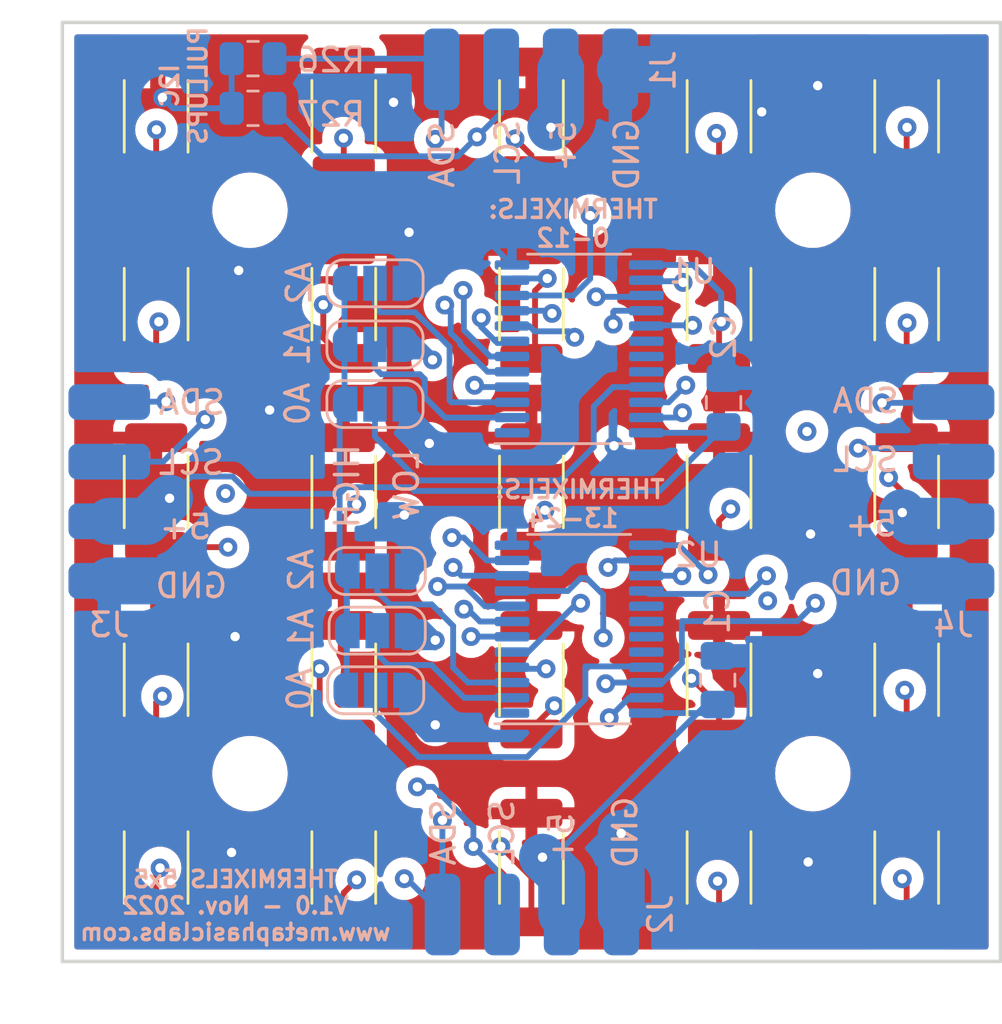
<source format=kicad_pcb>
(kicad_pcb (version 20211014) (generator pcbnew)
  (layers (0 "F.Cu" signal) (1 "In1.Cu" signal) (2 "In2.Cu" signal) (31 "B.Cu" signal) (34 "B.Paste" user) (35 "F.Paste" user) (36 "B.SilkS" user "B.Silkscreen") (37 "F.SilkS" user "F.Silkscreen") (38 "B.Mask" user) (39 "F.Mask" user) (44 "Edge.Cuts" user))
  (net 0 "")
  (net 1 "GND")
  (net 2 "+5V")
  (net 3 "SCL")
  (net 4 "SDA")
  (net 5 "Net-(JP1-Pad2)")
  (net 6 "Net-(JP2-Pad2)")
  (net 7 "Net-(JP3-Pad2)")
  (net 8 "Net-(JP4-Pad2)")
  (net 9 "Net-(JP5-Pad2)")
  (net 10 "Net-(JP6-Pad2)")
  (net 11 "Net-(R1-Pad2)")
  (net 12 "Net-(R2-Pad2)")
  (net 13 "Net-(R3-Pad2)")
  (net 14 "Net-(R4-Pad2)")
  (net 15 "Net-(R5-Pad2)")
  (net 16 "Net-(R6-Pad2)")
  (net 17 "Net-(R7-Pad2)")
  (net 18 "Net-(R8-Pad2)")
  (net 19 "Net-(R9-Pad2)")
  (net 20 "Net-(R10-Pad2)")
  (net 21 "Net-(R11-Pad2)")
  (net 22 "Net-(R12-Pad2)")
  (net 23 "Net-(R13-Pad2)")
  (net 24 "Net-(R14-Pad2)")
  (net 25 "Net-(R15-Pad2)")
  (net 26 "Net-(R16-Pad2)")
  (net 27 "Net-(R17-Pad2)")
  (net 28 "Net-(R18-Pad2)")
  (net 29 "Net-(R19-Pad2)")
  (net 30 "Net-(R20-Pad2)")
  (net 31 "Net-(R21-Pad2)")
  (net 32 "Net-(R22-Pad2)")
  (net 33 "Net-(R23-Pad2)")
  (net 34 "Net-(R24-Pad2)")
  (net 35 "Net-(R25-Pad2)")
  (net 36 "Net-(U2-Pad20)")
  (net 37 "Net-(U2-Pad19)")
  (net 38 "Net-(U2-Pad18)")
  (net 39 "Net-(U2-Pad17)")
  (net 40 "Net-(U2-Pad1)")
  (net 41 "Net-(U1-Pad20)")
  (net 42 "Net-(U1-Pad19)")
  (net 43 "Net-(U1-Pad18)")
  (net 44 "Net-(U1-Pad1)")
  (footprint "Resistor_SMD:R_2010_5025Metric" (layer "F.Cu") (at 4 4 -90)
    (fp_text reference "R1" hide)
    (fp_text value "*" hide)
  )
  (footprint "Resistor_SMD:R_2010_5025Metric" (layer "F.Cu") (at 12 4 -90)
    (fp_text reference "R2" hide)
    (fp_text value "*" hide)
  )
  (footprint "Resistor_SMD:R_2010_5025Metric" (layer "F.Cu") (at 20 4 -90)
    (fp_text reference "R3" hide)
    (fp_text value "*" hide)
  )
  (footprint "Resistor_SMD:R_2010_5025Metric" (layer "F.Cu") (at 28 4 -90)
    (fp_text reference "R4" hide)
    (fp_text value "*" hide)
  )
  (footprint "Resistor_SMD:R_2010_5025Metric" (layer "F.Cu") (at 36 4 -90)
    (fp_text reference "R5" hide)
    (fp_text value "*" hide)
  )
  (footprint "Resistor_SMD:R_2010_5025Metric" (layer "F.Cu") (at 4 12 -90)
    (fp_text reference "R6" hide)
    (fp_text value "*" hide)
  )
  (footprint "Resistor_SMD:R_2010_5025Metric" (layer "F.Cu") (at 12 12 -90)
    (fp_text reference "R7" hide)
    (fp_text value "*" hide)
  )
  (footprint "Resistor_SMD:R_2010_5025Metric" (layer "F.Cu") (at 20 12 -90)
    (fp_text reference "R8" hide)
    (fp_text value "*" hide)
  )
  (footprint "Resistor_SMD:R_2010_5025Metric" (layer "F.Cu") (at 28 12 -90)
    (fp_text reference "R9" hide)
    (fp_text value "*" hide)
  )
  (footprint "Resistor_SMD:R_2010_5025Metric" (layer "F.Cu") (at 36 12 -90)
    (fp_text reference "R10" hide)
    (fp_text value "*" hide)
  )
  (footprint "Resistor_SMD:R_2010_5025Metric" (layer "F.Cu") (at 4 20 -90)
    (fp_text reference "R11" hide)
    (fp_text value "*" hide)
  )
  (footprint "Resistor_SMD:R_2010_5025Metric" (layer "F.Cu") (at 12 20 -90)
    (fp_text reference "R12" hide)
    (fp_text value "*" hide)
  )
  (footprint "Resistor_SMD:R_2010_5025Metric" (layer "F.Cu") (at 20 20 -90)
    (fp_text reference "R13" hide)
    (fp_text value "*" hide)
  )
  (footprint "Resistor_SMD:R_2010_5025Metric" (layer "F.Cu") (at 28 20 -90)
    (fp_text reference "R14" hide)
    (fp_text value "*" hide)
  )
  (footprint "Resistor_SMD:R_2010_5025Metric" (layer "F.Cu") (at 36 20 -90)
    (fp_text reference "R15" hide)
    (fp_text value "*" hide)
  )
  (footprint "Resistor_SMD:R_2010_5025Metric" (layer "F.Cu") (at 4 28 -90)
    (fp_text reference "R16" hide)
    (fp_text value "*" hide)
  )
  (footprint "Resistor_SMD:R_2010_5025Metric" (layer "F.Cu") (at 12 28 -90)
    (fp_text reference "R17" hide)
    (fp_text value "*" hide)
  )
  (footprint "Resistor_SMD:R_2010_5025Metric" (layer "F.Cu") (at 20 28 -90)
    (fp_text reference "R18" hide)
    (fp_text value "*" hide)
  )
  (footprint "Resistor_SMD:R_2010_5025Metric" (layer "F.Cu") (at 28 28 -90)
    (fp_text reference "R19" hide)
    (fp_text value "*" hide)
  )
  (footprint "Resistor_SMD:R_2010_5025Metric" (layer "F.Cu") (at 36 28 -90)
    (fp_text reference "R20" hide)
    (fp_text value "*" hide)
  )
  (footprint "Resistor_SMD:R_2010_5025Metric" (layer "F.Cu") (at 4 36 -90)
    (fp_text reference "R21" hide)
    (fp_text value "*" hide)
  )
  (footprint "Resistor_SMD:R_2010_5025Metric" (layer "F.Cu") (at 12 36 -90)
    (fp_text reference "R22" hide)
    (fp_text value "*" hide)
  )
  (footprint "Resistor_SMD:R_2010_5025Metric" (layer "F.Cu") (at 20 36 -90)
    (fp_text reference "R23" hide)
    (fp_text value "*" hide)
  )
  (footprint "Resistor_SMD:R_2010_5025Metric" (layer "F.Cu") (at 28 36 -90)
    (fp_text reference "R24" hide)
    (fp_text value "*" hide)
  )
  (footprint "Resistor_SMD:R_2010_5025Metric" (layer "F.Cu") (at 36 36 -90)
    (fp_text reference "R25" hide)
    (fp_text value "*" hide)
  )
  (footprint "MountingHole:MountingHole_2.2mm_M2" (layer "F.Cu") (at 8 32)
    (fp_text reference "H3" hide)
    (fp_text value "MountingHole" hide)
  )
  (footprint "MountingHole:MountingHole_2.2mm_M2" (layer "F.Cu") (at 32 8)
    (fp_text reference "H2" hide)
    (fp_text value "MountingHole" hide)
  )
  (footprint "MountingHole:MountingHole_2.2mm_M2" (layer "F.Cu") (at 8 8)
    (fp_text reference "H1" hide)
    (fp_text value "MountingHole" hide)
  )
  (footprint "MountingHole:MountingHole_2.2mm_M2" (layer "F.Cu") (at 32 32)
    (fp_text reference "H4" hide)
    (fp_text value "MountingHole" hide)
  )
  (footprint "custom_footprints:conn_1x4_SMD" (layer "B.Cu") (at 16.17 2)
    (fp_text reference "J1")
    (fp_text value "Conn_01x04")
  )
  (footprint "custom_footprints:conn_1x4_SMD" (layer "B.Cu") (at 16.21 38)
    (fp_text reference "J2")
    (fp_text value "Conn_01x04")
  )
  (footprint "custom_footprints:conn_1x4_SMD" (layer "B.Cu") (at 2 16.17 -90)
    (fp_text reference "J3")
    (fp_text value "Conn_01x04")
  )
  (footprint "custom_footprints:conn_1x4_SMD" (layer "B.Cu") (at 38 16.17 -90)
    (fp_text reference "J4")
    (fp_text value "Conn_01x04")
  )
  (footprint "custom_footprints:SolderJumper-3_P1.3mm_Open_RoundedPad1.0x1.5mm" (layer "B.Cu") (at 13.3304 11.112 180)
    (fp_text reference "JP1" hide)
    (fp_text value "A2")
  )
  (footprint "custom_footprints:SolderJumper-3_P1.3mm_Open_RoundedPad1.0x1.5mm" (layer "B.Cu") (at 13.3304 13.716 180)
    (fp_text reference "JP2" hide)
    (fp_text value "A1")
  )
  (footprint "custom_footprints:SolderJumper-3_P1.3mm_Open_RoundedPad1.0x1.5mm" (layer "B.Cu") (at 13.3304 16.256 180)
    (fp_text reference "JP3" hide)
    (fp_text value "A0")
  )
  (footprint "custom_footprints:SolderJumper-3_P1.3mm_Open_RoundedPad1.0x1.5mm" (layer "B.Cu") (at 13.4244 23.368 180)
    (fp_text reference "JP4" hide)
    (fp_text value "A2")
  )
  (footprint "custom_footprints:SolderJumper-3_P1.3mm_Open_RoundedPad1.0x1.5mm" (layer "B.Cu") (at 13.4244 25.908 180)
    (fp_text reference "JP5" hide)
    (fp_text value "A1")
  )
  (footprint "custom_footprints:SolderJumper-3_P1.3mm_Open_RoundedPad1.0x1.5mm" (layer "B.Cu") (at 13.3604 28.448 180)
    (fp_text reference "JP6" hide)
    (fp_text value "A0")
  )
  (footprint "Resistor_SMD:R_0805_2012Metric" (layer "B.Cu") (at 8.1299 1.5426)
    (fp_text reference "R26")
    (fp_text value "2.2k")
  )
  (footprint "Resistor_SMD:R_0805_2012Metric" (layer "B.Cu") (at 8.1299 3.6576)
    (fp_text reference "R27")
    (fp_text value "2.2k")
  )
  (footprint "Package_SO:TSSOP-24_4.4x7.8mm_P0.65mm" (layer "B.Cu") (at 22.034 13.906)
    (fp_text reference "U1")
    (fp_text value "TCA9535PWR")
  )
  (footprint "Package_SO:TSSOP-24_4.4x7.8mm_P0.65mm" (layer "B.Cu") (at 22.034 25.844)
    (fp_text reference "U2")
    (fp_text value "TCA9535PWR")
  )
  (footprint "Capacitor_SMD:C_0805_2012Metric_Pad1.18x1.45mm_HandSolder" (layer "B.Cu") (at 27.94 28.018 90)
    (fp_text reference "C1")
    (fp_text value "1uF")
  )
  (footprint "Capacitor_SMD:C_0805_2012Metric_Pad1.18x1.45mm_HandSolder" (layer "B.Cu") (at 28.194 16.192 90)
    (fp_text reference "C2")
    (fp_text value "1uF")
  )
  (gr_line (start 0 40) (end 0 0) (layer "Edge.Cuts") (width 0.15))
  (gr_line (start 40 40) (end 0 40) (layer "Edge.Cuts") (width 0.15))
  (gr_line (start 0 0) (end 40 0) (layer "Edge.Cuts") (width 0.15))
  (gr_line (start 40 0) (end 40 40) (layer "Edge.Cuts") (width 0.15))
  (gr_text "5+" (at 5.25 21.5) (layer "B.SilkS") (effects (font (size 1 1)) (justify mirror)))
  (gr_text "SCL" (at 18.986 5.524 90) (layer "B.SilkS") (effects (font (size 1 1)) (justify mirror)))
  (gr_text "5+" (at 21.375 5.27 90) (layer "B.SilkS") (effects (font (size 1 1)) (justify mirror)))
  (gr_text "SDA" (at 16.192 5.625 90) (layer "B.SilkS") (effects (font (size 1 1)) (justify mirror)))
  (gr_text "GND" (at 24.066 5.625 90) (layer "B.SilkS") (effects (font (size 1 1)) (justify mirror)))
  (gr_text "HIGH\n" (at 12.1412 19.7612 90) (layer "B.SilkS") (effects (font (size 1 1)) (justify mirror)))
  (gr_text "I2C\nPULLUPS" (at 5.1816 2.6924 90) (layer "B.SilkS") (effects (font (size 0.75 0.75)) (justify mirror)))
  (gr_text "THERMIXELS 5x5\nV1.0 - Nov. 2022\nwww.metaphasiclabs.com" (at 7.375 37.625) (layer "B.SilkS") (effects (font (size 0.7 0.7)) (justify mirror)))
  (gr_text "SDA" (at 34.25 16.125) (layer "B.SilkS") (effects (font (size 1 1)) (justify mirror)))
  (gr_text "GND" (at 24 34.5 90) (layer "B.SilkS") (effects (font (size 1 1)) (justify mirror)))
  (gr_text "SCL" (at 34.25 18.625) (layer "B.SilkS") (effects (font (size 1 1)) (justify mirror)))
  (gr_text "SCL" (at 5.5 18.75) (layer "B.SilkS") (effects (font (size 1 1)) (justify mirror)))
  (gr_text "SCL" (at 18.75 34.5 90) (layer "B.SilkS") (effects (font (size 1 1)) (justify mirror)))
  (gr_text "SDA" (at 5.524 16.192) (layer "B.SilkS") (effects (font (size 1 1)) (justify mirror)))
  (gr_text "5+" (at 34.48 21.375) (layer "B.SilkS") (effects (font (size 1 1)) (justify mirror)))
  (gr_text "LOW\n" (at 14.6812 19.7104 90) (layer "B.SilkS") (effects (font (size 1 1)) (justify mirror)))
  (gr_text "5+" (at 21.272 34.75 90) (layer "B.SilkS") (effects (font (size 1 1)) (justify mirror)))
  (gr_text "THERMIXELS:\n0-12" (at 21.78 8.572) (layer "B.SilkS") (effects (font (size 0.762 0.762)) (justify mirror)))
  (gr_text "THERMIXELS: \n13-24" (at 21.78 20.51) (layer "B.SilkS") (effects (font (size 0.762 0.762)) (justify mirror)))
  (gr_text "SDA" (at 16.25 34.5 90) (layer "B.SilkS") (effects (font (size 1 1)) (justify mirror)))
  (gr_text "GND" (at 34.25 23.875) (layer "B.SilkS") (effects (font (size 1 1)) (justify mirror)))
  (gr_text "GND" (at 5.5 24) (layer "B.SilkS") (effects (font (size 1 1)) (justify mirror)))
  (via (at 15.6464 17.9324) (size 0.8) (drill 0.4) (layers "F.Cu" "B.Cu") (net 1))
  (via (at 7.2136 35.3568) (size 0.8) (drill 0.4) (layers "F.Cu" "B.Cu") (net 1))
  (via (at 31.9024 21.7932) (size 0.8) (drill 0.4) (layers "F.Cu" "B.Cu") (net 1))
  (via (at 8.8392 16.51) (size 0.8) (drill 0.4) (layers "F.Cu" "B.Cu") (net 1))
  (via (at 31.8008 35.7632) (size 0.8) (drill 0.4) (layers "F.Cu" "B.Cu") (net 1))
  (via (at 15.7855 14.3764) (size 0.8) (drill 0.4) (layers "F.Cu" "B.Cu") (net 1))
  (via (at 23.8252 34.544) (size 0.8) (drill 0.4) (layers "F.Cu" "B.Cu") (net 1))
  (via (at 32.2072 27.7368) (size 0.8) (drill 0.4) (layers "F.Cu" "B.Cu") (net 1))
  (via (at 15.9004 26.3144) (size 0.8) (drill 0.4) (layers "F.Cu" "B.Cu") (net 1))
  (via (at 14.7828 8.9408) (size 0.8) (drill 0.4) (layers "F.Cu" "B.Cu") (net 1))
  (via (at 23.5204 18.034) (size 0.8) (drill 0.4) (layers "F.Cu" "B.Cu") (net 1))
  (via (at 7.5184 10.5664) (size 0.8) (drill 0.4) (layers "F.Cu" "B.Cu") (net 1))
  (via (at 32.2072 2.6924) (size 0.8) (drill 0.4) (layers "F.Cu" "B.Cu") (net 1))
  (via (at 29.8196 3.81) (size 0.8) (drill 0.4) (layers "F.Cu" "B.Cu") (net 1))
  (via (at 15.9004 29.9212) (size 0.8) (drill 0.4) (layers "F.Cu" "B.Cu") (net 1))
  (via (at 14.5796 20.9804) (size 0.8) (drill 0.4) (layers "F.Cu" "B.Cu") (net 1))
  (via (at 14.1224 3.4036) (size 0.8) (drill 0.4) (layers "F.Cu" "B.Cu") (net 1))
  (via (at 7.366 26.162) (size 0.8) (drill 0.4) (layers "F.Cu" "B.Cu") (net 1))
  (segment (start 15.494 25.908) (end 15.9004 26.3144) (width 0.25) (layer "B.Cu") (net 1))
  (segment (start 14.6304 16.256) (end 14.6304 16.9164) (width 0.25) (layer "B.Cu") (net 1))
  (segment (start 15.1251 13.716) (end 15.7855 14.3764) (width 0.25) (layer "B.Cu") (net 1))
  (segment (start 14.5796 20.9804) (end 14.7244 21.1252) (width 0.25) (layer "B.Cu") (net 1))
  (segment (start 23.83 34.5488) (end 23.8252 34.544) (width 0.25) (layer "B.Cu") (net 1))
  (segment (start 19.1715 10.331) (end 17.7813 8.9408) (width 0.25) (layer "B.Cu") (net 1))
  (segment (start 14.6304 9.0932) (end 14.7828 8.9408) (width 0.25) (layer "B.Cu") (net 1))
  (segment (start 17.7813 8.9408) (end 16.51 8.9408) (width 0.25) (layer "B.Cu") (net 1))
  (segment (start 23.83 38) (end 23.83 34.5488) (width 2) (layer "B.Cu") (net 1))
  (segment (start 4.994 23.79) (end 7.366 26.162) (width 2) (layer "B.Cu") (net 1))
  (segment (start 14.6304 13.716) (end 15.1251 13.716) (width 0.25) (layer "B.Cu") (net 1))
  (segment (start 14.7244 21.1252) (end 14.7244 23.368) (width 0.25) (layer "B.Cu") (net 1))
  (segment (start 14.6604 28.6812) (end 15.9004 29.9212) (width 0.25) (layer "B.Cu") (net 1))
  (segment (start 33.8992 23.79) (end 31.9024 21.7932) (width 2) (layer "B.Cu") (net 1))
  (segment (start 31.4509 26.9805) (end 32.2072 27.7368) (width 0.25) (layer "B.Cu") (net 1))
  (segment (start 38 23.79) (end 33.8992 23.79) (width 2) (layer "B.Cu") (net 1))
  (segment (start 23.79 2) (end 28.0096 2) (width 2) (layer "B.Cu") (net 1))
  (segment (start 16.51 8.9408) (end 14.6304 10.8204) (width 0.25) (layer "B.Cu") (net 1))
  (segment (start 14.6604 28.448) (end 14.6604 28.6812) (width 0.25) (layer "B.Cu") (net 1))
  (segment (start 14.7244 25.908) (end 15.494 25.908) (width 0.25) (layer "B.Cu") (net 1))
  (segment (start 14.6304 10.8204) (end 14.6304 11.112) (width 0.25) (layer "B.Cu") (net 1))
  (segment (start 2 23.79) (end 4.994 23.79) (width 2) (layer "B.Cu") (net 1))
  (segment (start 14.6304 11.112) (end 14.6304 9.0932) (width 0.25) (layer "B.Cu") (net 1))
  (segment (start 14.6304 16.9164) (end 15.6464 17.9324) (width 0.25) (layer "B.Cu") (net 1))
  (segment (start 27.94 26.9805) (end 31.4509 26.9805) (width 0.25) (layer "B.Cu") (net 1))
  (segment (start 28.0096 2) (end 29.8196 3.81) (width 2) (layer "B.Cu") (net 1))
  (segment (start 4.2672 3.2004) (end 4.2672 1.9547) (width 0.25) (layer "F.Cu") (net 2))
  (segment (start 4.2672 1.9547) (end 4 1.6875) (width 0.25) (layer "F.Cu") (net 2))
  (via (at 20.828 4.4704) (size 0.8) (drill 0.4) (layers "F.Cu" "B.Cu") (net 2))
  (via (at 4.2672 3.2004) (size 0.8) (drill 0.4) (layers "F.Cu" "B.Cu") (net 2))
  (via (at 20.4724 35.56) (size 0.8) (drill 0.4) (layers "F.Cu" "B.Cu") (net 2))
  (via (at 35.814 20.8788) (size 0.8) (drill 0.4) (layers "F.Cu" "B.Cu") (net 2))
  (via (at 4.572 20.2692) (size 0.8) (drill 0.4) (layers "F.Cu" "B.Cu") (net 2))
  (segment (start 3.5912 21.25) (end 2 21.25) (width 2) (layer "B.Cu") (net 2))
  (segment (start 12.0304 13.716) (end 12.0304 16.256) (width 0.25) (layer "B.Cu") (net 2))
  (segment (start 28.194 17.2295) (end 27.9425 17.481) (width 0.25) (layer "B.Cu") (net 2))
  (segment (start 27.94 29.0555) (end 27.450146 29.0555) (width 0.25) (layer "B.Cu") (net 2))
  (segment (start 7.997525 20.079311) (end 7.259703 19.341489) (width 0.25) (layer "B.Cu") (net 2))
  (segment (start 7.259703 19.341489) (end 5.499711 19.341489) (width 0.25) (layer "B.Cu") (net 2))
  (segment (start 7.2174 3.6576) (end 4.7244 3.6576) (width 0.25) (layer "B.Cu") (net 2))
  (segment (start 12.103711 19.798689) (end 14.844971 19.798689) (width 0.25) (layer "B.Cu") (net 2))
  (segment (start 5.499711 19.341489) (end 4.572 20.2692) (width 0.25) (layer "B.Cu") (net 2))
  (segment (start 11.823089 16.463311) (end 11.823089 20.079311) (width 0.25) (layer "B.Cu") (net 2))
  (segment (start 12.1244 25.908) (end 12.1244 28.384) (width 0.25) (layer "B.Cu") (net 2))
  (segment (start 27.94 29.0555) (end 27.5765 29.419) (width 0.25) (layer "B.Cu") (net 2))
  (segment (start 12.0304 16.256) (end 11.823089 16.463311) (width 0.25) (layer "B.Cu") (net 2))
  (segment (start 12.1244 23.368) (end 12.1244 25.908) (width 0.25) (layer "B.Cu") (net 2))
  (segment (start 27.450146 29.0555) (end 20.945646 35.56) (width 0.25) (layer "B.Cu") (net 2))
  (segment (start 11.823089 20.079311) (end 12.103711 19.798689) (width 0.25) (layer "B.Cu") (net 2))
  (segment (start 36.1852 21.25) (end 38 21.25) (width 2) (layer "B.Cu") (net 2))
  (segment (start 27.5765 29.419) (end 24.8965 29.419) (width 0.25) (layer "B.Cu") (net 2))
  (segment (start 27.9425 17.481) (end 24.8965 17.481) (width 0.25) (layer "B.Cu") (net 2))
  (segment (start 11.823089 23.066689) (end 12.1244 23.368) (width 0.25) (layer "B.Cu") (net 2))
  (segment (start 11.823089 20.079311) (end 7.997525 20.079311) (width 0.25) (layer "B.Cu") (net 2))
  (segment (start 21.29 36.3776) (end 21.29 38) (width 2) (layer "B.Cu") (net 2))
  (segment (start 7.2174 1.5426) (end 7.2174 3.6576) (width 0.25) (layer "B.Cu") (net 2))
  (segment (start 14.844971 19.798689) (end 15.003002 19.95672) (width 0.25) (layer "B.Cu") (net 2))
  (segment (start 15.003002 19.95672) (end 25.46678 19.95672) (width 0.25) (layer "B.Cu") (net 2))
  (segment (start 4.572 20.2692) (end 3.5912 21.25) (width 2) (layer "B.Cu") (net 2))
  (segment (start 20.828 4.4704) (end 21.25 4.0484) (width 2) (layer "B.Cu") (net 2))
  (segment (start 21.25 4.0484) (end 21.25 2) (width 2) (layer "B.Cu") (net 2))
  (segment (start 11.823089 20.079311) (end 11.823089 23.066689) (width 0.25) (layer "B.Cu") (net 2))
  (segment (start 4.7244 3.6576) (end 4.2672 3.2004) (width 0.25) (layer "B.Cu") (net 2))
  (segment (start 20.945646 35.56) (end 20.4724 35.56) (width 0.25) (layer "B.Cu") (net 2))
  (segment (start 25.46678 19.95672) (end 28.194 17.2295) (width 0.25) (layer "B.Cu") (net 2))
  (segment (start 12.0304 11.112) (end 12.0304 13.716) (width 0.25) (layer "B.Cu") (net 2))
  (segment (start 12.1244 28.384) (end 12.0604 28.448) (width 0.25) (layer "B.Cu") (net 2))
  (segment (start 20.4724 35.56) (end 21.29 36.3776) (width 2) (layer "B.Cu") (net 2))
  (segment (start 35.814 20.8788) (end 36.1852 21.25) (width 2) (layer "B.Cu") (net 2))
  (via (at 33.9344 18.1356) (size 0.8) (drill 0.4) (layers "F.Cu" "B.Cu") (net 3))
  (via (at 17.6784 4.8768) (size 0.8) (drill 0.4) (layers "F.Cu" "B.Cu") (net 3))
  (via (at 26.582446 15.452372) (size 0.8) (drill 0.4) (layers "F.Cu" "B.Cu") (net 3))
  (via (at 15.1384 32.5628) (size 0.8) (drill 0.4) (layers "F.Cu" "B.Cu") (net 3))
  (via (at 17.526 35.1028) (size 0.8) (drill 0.4) (layers "F.Cu" "B.Cu") (net 3))
  (via (at 6.096 16.9164) (size 0.8) (drill 0.4) (layers "F.Cu" "B.Cu") (net 3))
  (via (at 23.167109 28.167389) (size 0.8) (drill 0.4) (layers "F.Cu" "B.Cu") (net 3))
  (via (at 32.1056 24.7396) (size 0.8) (drill 0.4) (layers "F.Cu" "B.Cu") (net 3))
  (segment (start 18.576861 36.170551) (end 18.593751 36.170551) (width 0.25) (layer "B.Cu") (net 3))
  (segment (start 2 18.71) (end 4.3024 18.71) (width 0.25) (layer "B.Cu") (net 3))
  (segment (start 9.0424 3.6576) (end 11.087711 5.702911) (width 0.25) (layer "B.Cu") (net 3))
  (segment (start 24.8965 28.119) (end 25.584361 28.119) (width 0.25) (layer "B.Cu") (net 3))
  (segment (start 16.852289 5.702911) (end 17.6784 4.8768) (width 0.25) (layer "B.Cu") (net 3))
  (segment (start 17.526 35.1028) (end 18.152453 35.729253) (width 0.25) (layer "B.Cu") (net 3))
  (segment (start 18.152453 35.746143) (end 18.576861 36.170551) (width 0.25) (layer "B.Cu") (net 3))
  (segment (start 26.416 27.287361) (end 26.416 25.5016) (width 0.25) (layer "B.Cu") (net 3))
  (segment (start 17.6784 4.8768) (end 18.71 3.8452) (width 0.25) (layer "B.Cu") (net 3))
  (segment (start 4.3024 18.71) (end 6.096 16.9164) (width 0.25) (layer "B.Cu") (net 3))
  (segment (start 33.9344 18.1356) (end 37.4256 18.1356) (width 0.25) (layer "B.Cu") (net 3))
  (segment (start 11.087711 5.702911) (end 16.852289 5.702911) (width 0.25) (layer "B.Cu") (net 3))
  (segment (start 37.4256 18.1356) (end 38 18.71) (width 0.25) (layer "B.Cu") (net 3))
  (segment (start 23.215498 28.119) (end 23.167109 28.167389) (width 0.25) (layer "B.Cu") (net 3))
  (segment (start 26.582446 15.452372) (end 25.853818 16.181) (width 0.25) (layer "B.Cu") (net 3))
  (segment (start 26.416 25.5016) (end 31.3436 25.5016) (width 0.25) (layer "B.Cu") (net 3))
  (segment (start 25.853818 16.181) (end 24.8965 16.181) (width 0.25) (layer "B.Cu") (net 3))
  (segment (start 17.526 34.281386) (end 17.526 35.1028) (width 0.25) (layer "B.Cu") (net 3))
  (segment (start 15.1384 32.5628) (end 15.807414 32.5628) (width 0.25) (layer "B.Cu") (net 3))
  (segment (start 31.3436 25.5016) (end 32.1056 24.7396) (width 0.25) (layer "B.Cu") (net 3))
  (segment (start 18.71 3.8452) (end 18.71 2) (width 0.25) (layer "B.Cu") (net 3))
  (segment (start 24.8965 28.119) (end 23.215498 28.119) (width 0.25) (layer "B.Cu") (net 3))
  (segment (start 18.152453 35.729253) (end 18.152453 35.746143) (width 0.25) (layer "B.Cu") (net 3))
  (segment (start 15.807414 32.5628) (end 17.526 34.281386) (width 0.25) (layer "B.Cu") (net 3))
  (segment (start 25.584361 28.119) (end 26.416 27.287361) (width 0.25) (layer "B.Cu") (net 3))
  (segment (start 18.593751 36.170551) (end 18.75 36.3268) (width 0.25) (layer "B.Cu") (net 3))
  (segment (start 18.75 36.3268) (end 18.75 38) (width 0.25) (layer "B.Cu") (net 3))
  (via (at 14.5796 36.4744) (size 0.8) (drill 0.4) (layers "F.Cu" "B.Cu") (net 4))
  (via (at 31.75 17.4244) (size 0.8) (drill 0.4) (layers "F.Cu" "B.Cu") (net 4))
  (via (at 6.9596 20.066) (size 0.8) (drill 0.4) (layers "F.Cu" "B.Cu") (net 4))
  (via (at 34.9504 16.2052) (size 0.8) (drill 0.4) (layers "F.Cu" "B.Cu") (net 4))
  (via (at 15.9004 4.9784) (size 0.8) (drill 0.4) (layers "F.Cu" "B.Cu") (net 4))
  (via (at 23.3172 29.6164) (size 0.8) (drill 0.4) (layers "F.Cu" "B.Cu") (net 4))
  (via (at 16.2052 33.9852) (size 0.8) (drill 0.4) (layers "F.Cu" "B.Cu") (net 4))
  (via (at 26.441829 16.626289) (size 0.8) (drill 0.4) (layers "F.Cu" "B.Cu") (net 4))
  (via (at 4.4196 16.1544) (size 0.8) (drill 0.4) (layers "F.Cu" "B.Cu") (net 4))
  (segment (start 16.17 4.7088) (end 15.9004 4.9784) (width 0.25) (layer "B.Cu") (net 4))
  (segment (start 24.8965 28.769) (end 24.1646 28.769) (width 0.25) (layer "B.Cu") (net 4))
  (segment (start 16.2052 37.9952) (end 16.21 38) (width 0.25) (layer "B.Cu") (net 4))
  (segment (start 24.1646 28.769) (end 23.3172 29.6164) (width 0.25) (layer "B.Cu") (net 4))
  (segment (start 9.0424 1.5426) (end 15.7126 1.5426) (width 0.25) (layer "B.Cu") (net 4))
  (segment (start 34.9504 16.2052) (end 37.9648 16.2052) (width 0.25) (layer "B.Cu") (net 4))
  (segment (start 4.4196 16.1544) (end 2.0156 16.1544) (width 0.25) (layer "B.Cu") (net 4))
  (segment (start 16.17 2) (end 16.17 4.7088) (width 0.25) (layer "B.Cu") (net 4))
  (segment (start 2.0156 16.1544) (end 2 16.17) (width 0.25) (layer "B.Cu") (net 4))
  (segment (start 37.9648 16.2052) (end 38 16.17) (width 0.25) (layer "B.Cu") (net 4))
  (segment (start 16.2052 33.9852) (end 16.2052 37.9952) (width 0.25) (layer "B.Cu") (net 4))
  (segment (start 15.7126 1.5426) (end 16.17 2) (width 0.25) (layer "B.Cu") (net 4))
  (segment (start 26.237118 16.831) (end 26.441829 16.626289) (width 0.25) (layer "B.Cu") (net 4))
  (segment (start 24.8965 16.831) (end 26.237118 16.831) (width 0.25) (layer "B.Cu") (net 4))
  (segment (start 14.5796 36.4744) (end 14.6844 36.4744) (width 0.25) (layer "B.Cu") (net 4))
  (segment (start 14.6844 36.4744) (end 16.21 38) (width 0.25) (layer "B.Cu") (net 4))
  (segment (start 15.0368 12.3444) (end 16.51 13.8176) (width 0.25) (layer "B.Cu") (net 5))
  (segment (start 16.51 13.8176) (end 16.51 16.1036) (width 0.25) (layer "B.Cu") (net 5))
  (segment (start 16.51 16.1036) (end 16.5874 16.181) (width 0.25) (layer "B.Cu") (net 5))
  (segment (start 13.5628 12.3444) (end 15.0368 12.3444) (width 0.25) (layer "B.Cu") (net 5))
  (segment (start 13.3304 12.112) (end 13.5628 12.3444) (width 0.25) (layer "B.Cu") (net 5))
  (segment (start 16.5874 16.181) (end 19.1715 16.181) (width 0.25) (layer "B.Cu") (net 5))
  (segment (start 13.3304 11.112) (end 13.3304 12.112) (width 0.25) (layer "B.Cu") (net 5))
  (segment (start 15.454911 15.200911) (end 15.454911 15.962911) (width 0.25) (layer "B.Cu") (net 6))
  (segment (start 15.454911 15.962911) (end 16.323 16.831) (width 0.25) (layer "B.Cu") (net 6))
  (segment (start 16.323 16.831) (end 19.1715 16.831) (width 0.25) (layer "B.Cu") (net 6))
  (segment (start 13.3304 13.716) (end 13.3304 14.716) (width 0.25) (layer "B.Cu") (net 6))
  (segment (start 13.6004 14.986) (end 15.24 14.986) (width 0.25) (layer "B.Cu") (net 6))
  (segment (start 13.3304 14.716) (end 13.6004 14.986) (width 0.25) (layer "B.Cu") (net 6))
  (segment (start 15.24 14.986) (end 15.454911 15.200911) (width 0.25) (layer "B.Cu") (net 6))
  (segment (start 23.4834 15.531) (end 22.6568 16.3576) (width 0.25) (layer "B.Cu") (net 7))
  (segment (start 21.2344 19.5072) (end 15.1892 19.5072) (width 0.25) (layer "B.Cu") (net 7))
  (segment (start 24.8965 15.531) (end 23.4834 15.531) (width 0.25) (layer "B.Cu") (net 7))
  (segment (start 22.6568 18.0848) (end 21.2344 19.5072) (width 0.25) (layer "B.Cu") (net 7))
  (segment (start 22.6568 16.3576) (end 22.6568 18.0848) (width 0.25) (layer "B.Cu") (net 7))
  (segment (start 15.1892 19.5072) (end 13.3304 17.6484) (width 0.25) (layer "B.Cu") (net 7))
  (segment (start 13.3304 17.6484) (end 13.3304 16.256) (width 0.25) (layer "B.Cu") (net 7))
  (segment (start 13.4244 24.2448) (end 13.97 24.7904) (width 0.25) (layer "B.Cu") (net 8))
  (segment (start 13.97 24.7904) (end 15.748 24.7904) (width 0.25) (layer "B.Cu") (net 8))
  (segment (start 17.2986 28.119) (end 19.1715 28.119) (width 0.25) (layer "B.Cu") (net 8))
  (segment (start 16.6624 25.7048) (end 16.6624 27.4828) (width 0.25) (layer "B.Cu") (net 8))
  (segment (start 15.748 24.7904) (end 16.6624 25.7048) (width 0.25) (layer "B.Cu") (net 8))
  (segment (start 13.4244 23.368) (end 13.4244 24.2448) (width 0.25) (layer "B.Cu") (net 8))
  (segment (start 16.6624 27.4828) (end 17.2986 28.119) (width 0.25) (layer "B.Cu") (net 8))
  (segment (start 13.4244 25.908) (end 13.4244 26.908) (width 0.25) (layer "B.Cu") (net 9))
  (segment (start 13.88988 27.37348) (end 15.74028 27.37348) (width 0.25) (layer "B.Cu") (net 9))
  (segment (start 17.1358 28.769) (end 19.1715 28.769) (width 0.25) (layer "B.Cu") (net 9))
  (segment (start 15.74028 27.37348) (end 17.1358 28.769) (width 0.25) (layer "B.Cu") (net 9))
  (segment (start 13.4244 26.908) (end 13.88988 27.37348) (width 0.25) (layer "B.Cu") (net 9))
  (segment (start 24.8595 27.432) (end 24.8965 27.469) (width 0.25) (layer "B.Cu") (net 10))
  (segment (start 13.3604 28.448) (end 13.3604 29.448) (width 0.25) (layer "B.Cu") (net 10))
  (segment (start 22.3012 28.812214) (end 22.3012 27.432) (width 0.25) (layer "B.Cu") (net 10))
  (segment (start 19.820614 31.2928) (end 22.3012 28.812214) (width 0.25) (layer "B.Cu") (net 10))
  (segment (start 13.3604 29.448) (end 15.2052 31.2928) (width 0.25) (layer "B.Cu") (net 10))
  (segment (start 15.2052 31.2928) (end 19.820614 31.2928) (width 0.25) (layer "B.Cu") (net 10))
  (segment (start 22.3012 27.432) (end 24.8595 27.432) (width 0.25) (layer "B.Cu") (net 10))
  (segment (start 4 6.3125) (end 4 4.5852) (width 0.25) (layer "F.Cu") (net 11))
  (segment (start 4 4.5852) (end 4.0132 4.572) (width 0.25) (layer "F.Cu") (net 11))
  (via (at 4.0132 4.572) (size 0.8) (drill 0.4) (layers "F.Cu" "B.Cu") (net 11))
  (via (at 17.5768 15.4565) (size 0.8) (drill 0.4) (layers "F.Cu" "B.Cu") (net 11))
  (segment (start 17.5768 15.4565) (end 17.6513 15.531) (width 0.25) (layer "B.Cu") (net 11))
  (segment (start 17.6513 15.531) (end 19.1715 15.531) (width 0.25) (layer "B.Cu") (net 11))
  (segment (start 12 4.9388) (end 11.9888 4.9276) (width 0.25) (layer "F.Cu") (net 12))
  (segment (start 12 6.3125) (end 12 4.9388) (width 0.25) (layer "F.Cu") (net 12))
  (via (at 11.9888 4.9276) (size 0.8) (drill 0.4) (layers "F.Cu" "B.Cu") (net 12))
  (via (at 16.3068 12.0396) (size 0.8) (drill 0.4) (layers "F.Cu" "B.Cu") (net 12))
  (segment (start 18.1322 14.881) (end 19.1715 14.881) (width 0.25) (layer "B.Cu") (net 12))
  (segment (start 16.95952 13.70832) (end 18.1322 14.881) (width 0.25) (layer "B.Cu") (net 12))
  (segment (start 16.5608 13.232682) (end 16.95952 13.631402) (width 0.25) (layer "B.Cu") (net 12))
  (segment (start 16.5608 12.2936) (end 16.5608 13.232682) (width 0.25) (layer "B.Cu") (net 12))
  (segment (start 16.95952 13.631402) (end 16.95952 13.70832) (width 0.25) (layer "B.Cu") (net 12))
  (segment (start 16.3068 12.0396) (end 16.5608 12.2936) (width 0.25) (layer "B.Cu") (net 12))
  (segment (start 20 5.654632) (end 19.30523 4.959862) (width 0.25) (layer "F.Cu") (net 13))
  (segment (start 20 6.3125) (end 20 5.654632) (width 0.25) (layer "F.Cu") (net 13))
  (via (at 17.08728 11.415216) (size 0.8) (drill 0.4) (layers "F.Cu" "B.Cu") (net 13))
  (via (at 19.30523 4.959862) (size 0.8) (drill 0.4) (layers "F.Cu" "B.Cu") (net 13))
  (segment (start 17.08728 11.415216) (end 17.1196 11.447536) (width 0.25) (layer "B.Cu") (net 13))
  (segment (start 17.1196 11.447536) (end 17.1196 13.1064) (width 0.25) (layer "B.Cu") (net 13))
  (segment (start 17.1196 13.1064) (end 18.2442 14.231) (width 0.25) (layer "B.Cu") (net 13))
  (segment (start 18.2442 14.231) (end 19.1715 14.231) (width 0.25) (layer "B.Cu") (net 13))
  (segment (start 28 6.3125) (end 28 4.8352) (width 0.25) (layer "F.Cu") (net 14))
  (segment (start 28 4.8352) (end 27.8892 4.7244) (width 0.25) (layer "F.Cu") (net 14))
  (via (at 27.8892 4.7244) (size 0.8) (drill 0.4) (layers "F.Cu" "B.Cu") (net 14))
  (via (at 17.859869 12.582631) (size 0.8) (drill 0.4) (layers "F.Cu" "B.Cu") (net 14))
  (segment (start 17.859869 12.582631) (end 17.859869 12.971512) (width 0.25) (layer "B.Cu") (net 14))
  (segment (start 18.469357 13.581) (end 19.1715 13.581) (width 0.25) (layer "B.Cu") (net 14))
  (segment (start 17.859869 12.971512) (end 18.469357 13.581) (width 0.25) (layer "B.Cu") (net 14))
  (segment (start 36 6.3125) (end 36 4.4876) (width 0.25) (layer "F.Cu") (net 15))
  (segment (start 36 4.4876) (end 36.0172 4.4704) (width 0.25) (layer "F.Cu") (net 15))
  (via (at 36.0172 4.4704) (size 0.8) (drill 0.4) (layers "F.Cu" "B.Cu") (net 15))
  (via (at 21.844 13.4112) (size 0.8) (drill 0.4) (layers "F.Cu" "B.Cu") (net 15))
  (segment (start 19.907311 12.931) (end 19.1715 12.931) (width 0.25) (layer "B.Cu") (net 15))
  (segment (start 21.59 13.1572) (end 20.133511 13.1572) (width 0.25) (layer "B.Cu") (net 15))
  (segment (start 21.844 13.4112) (end 21.59 13.1572) (width 0.25) (layer "B.Cu") (net 15))
  (segment (start 20.133511 13.1572) (end 19.907311 12.931) (width 0.25) (layer "B.Cu") (net 15))
  (segment (start 4 12.8656) (end 4.1148 12.7508) (width 0.25) (layer "F.Cu") (net 16))
  (segment (start 4 14.3125) (end 4 12.8656) (width 0.25) (layer "F.Cu") (net 16))
  (via (at 4.1148 12.7508) (size 0.8) (drill 0.4) (layers "F.Cu" "B.Cu") (net 16))
  (via (at 20.8788 12.3952) (size 0.8) (drill 0.4) (layers "F.Cu" "B.Cu") (net 16))
  (segment (start 20.7646 12.281) (end 19.1715 12.281) (width 0.25) (layer "B.Cu") (net 16))
  (segment (start 20.8788 12.3952) (end 20.7646 12.281) (width 0.25) (layer "B.Cu") (net 16))
  (segment (start 12 14.3125) (end 11.1252 13.4377) (width 0.25) (layer "F.Cu") (net 17))
  (segment (start 11.1252 13.4377) (end 11.1252 12.0263) (width 0.25) (layer "F.Cu") (net 17))
  (via (at 11.1252 12.0263) (size 0.8) (drill 0.4) (layers "F.Cu" "B.Cu") (net 17))
  (via (at 22.5044 8.2296) (size 0.8) (drill 0.4) (layers "F.Cu" "B.Cu") (net 17))
  (segment (start 22.5044 10.922) (end 21.7954 11.631) (width 0.25) (layer "B.Cu") (net 17))
  (segment (start 22.5044 8.2296) (end 22.5044 10.922) (width 0.25) (layer "B.Cu") (net 17))
  (segment (start 21.7954 11.631) (end 19.1715 11.631) (width 0.25) (layer "B.Cu") (net 17))
  (segment (start 20.154289 14.158211) (end 20.154289 11.427811) (width 0.25) (layer "F.Cu") (net 18))
  (segment (start 20 14.3125) (end 20.154289 14.158211) (width 0.25) (layer "F.Cu") (net 18))
  (segment (start 20.154289 11.427811) (end 20.6756 10.9065) (width 0.25) (layer "F.Cu") (net 18))
  (via (at 20.6756 10.9065) (size 0.8) (drill 0.4) (layers "F.Cu" "B.Cu") (net 18))
  (segment (start 19.246 10.9065) (end 19.1715 10.981) (width 0.25) (layer "B.Cu") (net 18))
  (segment (start 20.6756 10.9065) (end 19.246 10.9065) (width 0.25) (layer "B.Cu") (net 18))
  (segment (start 28 14.3125) (end 28 12.8432) (width 0.25) (layer "F.Cu") (net 19))
  (segment (start 28 12.8432) (end 28.0924 12.7508) (width 0.25) (layer "F.Cu") (net 19))
  (via (at 28.0924 12.7508) (size 0.8) (drill 0.4) (layers "F.Cu" "B.Cu") (net 19))
  (segment (start 28.0924 12.7508) (end 28.0924 11.5316) (width 0.25) (layer "B.Cu") (net 19))
  (segment (start 28.0924 11.5316) (end 26.8918 10.331) (width 0.25) (layer "B.Cu") (net 19))
  (segment (start 26.8918 10.331) (end 24.8965 10.331) (width 0.25) (layer "B.Cu") (net 19))
  (segment (start 36 12.8188) (end 36.0172 12.8016) (width 0.25) (layer "F.Cu") (net 20))
  (segment (start 36 14.3125) (end 36 12.8188) (width 0.25) (layer "F.Cu") (net 20))
  (via (at 36.0172 12.8016) (size 0.8) (drill 0.4) (layers "F.Cu" "B.Cu") (net 20))
  (via (at 26.4668 11.0744) (size 0.8) (drill 0.4) (layers "F.Cu" "B.Cu") (net 20))
  (segment (start 24.9391 11.0236) (end 24.8965 10.981) (width 0.25) (layer "B.Cu") (net 20))
  (segment (start 26.4668 11.0744) (end 26.416 11.0236) (width 0.25) (layer "B.Cu") (net 20))
  (segment (start 26.416 11.0236) (end 24.9391 11.0236) (width 0.25) (layer "B.Cu") (net 20))
  (segment (start 4.0395 22.352) (end 7.0612 22.352) (width 0.25) (layer "F.Cu") (net 21))
  (segment (start 4 22.3125) (end 4.0395 22.352) (width 0.25) (layer "F.Cu") (net 21))
  (via (at 22.762699 11.688299) (size 0.8) (drill 0.4) (layers "F.Cu" "B.Cu") (net 21))
  (via (at 7.0612 22.352) (size 0.8) (drill 0.4) (layers "F.Cu" "B.Cu") (net 21))
  (segment (start 22.762699 11.688299) (end 24.839201 11.688299) (width 0.25) (layer "B.Cu") (net 21))
  (segment (start 24.839201 11.688299) (end 24.8965 11.631) (width 0.25) (layer "B.Cu") (net 21))
  (segment (start 12 21.0708) (end 12.5476 20.5232) (width 0.25) (layer "F.Cu") (net 22))
  (segment (start 12 22.3125) (end 12 21.0708) (width 0.25) (layer "F.Cu") (net 22))
  (via (at 23.487199 12.8524) (size 0.8) (drill 0.4) (layers "F.Cu" "B.Cu") (net 22))
  (via (at 12.5476 20.5232) (size 0.8) (drill 0.4) (layers "F.Cu" "B.Cu") (net 22))
  (segment (start 23.533 12.281) (end 24.8965 12.281) (width 0.25) (layer "B.Cu") (net 22))
  (segment (start 23.487199 12.8524) (end 23.487199 12.326801) (width 0.25) (layer "B.Cu") (net 22))
  (segment (start 23.487199 12.326801) (end 23.533 12.281) (width 0.25) (layer "B.Cu") (net 22))
  (segment (start 20 22.3125) (end 20 21.3512) (width 0.25) (layer "F.Cu") (net 23))
  (segment (start 20 21.3512) (end 20.574 20.7772) (width 0.25) (layer "F.Cu") (net 23))
  (via (at 20.574 20.7772) (size 0.8) (drill 0.4) (layers "F.Cu" "B.Cu") (net 23))
  (via (at 26.8732 12.9032) (size 0.8) (drill 0.4) (layers "F.Cu" "B.Cu") (net 23))
  (segment (start 24.9243 12.9032) (end 24.8965 12.931) (width 0.25) (layer "B.Cu") (net 23))
  (segment (start 26.8732 12.9032) (end 24.9243 12.9032) (width 0.25) (layer "B.Cu") (net 23))
  (segment (start 28 22.3125) (end 28 21.2252) (width 0.25) (layer "F.Cu") (net 24))
  (segment (start 28 21.2252) (end 28.4988 20.7264) (width 0.25) (layer "F.Cu") (net 24))
  (via (at 20.6248 27.5336) (size 0.8) (drill 0.4) (layers "F.Cu" "B.Cu") (net 24))
  (via (at 28.4988 20.7264) (size 0.8) (drill 0.4) (layers "F.Cu" "B.Cu") (net 24))
  (segment (start 19.2361 27.5336) (end 19.1715 27.469) (width 0.25) (layer "B.Cu") (net 24))
  (segment (start 20.6248 27.5336) (end 19.2361 27.5336) (width 0.25) (layer "B.Cu") (net 24))
  (segment (start 36.114103 20.154289) (end 36.538511 20.578697) (width 0.25) (layer "F.Cu") (net 25))
  (segment (start 35.229139 19.390062) (end 35.993366 20.154289) (width 0.25) (layer "F.Cu") (net 25))
  (segment (start 36.538511 20.578697) (end 36.538511 21.773989) (width 0.25) (layer "F.Cu") (net 25))
  (segment (start 35.993366 20.154289) (end 36.114103 20.154289) (width 0.25) (layer "F.Cu") (net 25))
  (segment (start 36.538511 21.773989) (end 36 22.3125) (width 0.25) (layer "F.Cu") (net 25))
  (via (at 35.229139 19.390062) (size 0.8) (drill 0.4) (layers "F.Cu" "B.Cu") (net 25))
  (via (at 22.098 24.7396) (size 0.8) (drill 0.4) (layers "F.Cu" "B.Cu") (net 25))
  (segment (start 21.938761 24.7396) (end 19.859361 26.819) (width 0.25) (layer "B.Cu") (net 25))
  (segment (start 19.859361 26.819) (end 19.1715 26.819) (width 0.25) (layer "B.Cu") (net 25))
  (segment (start 22.098 24.7396) (end 21.938761 24.7396) (width 0.25) (layer "B.Cu") (net 25))
  (segment (start 4 30.3125) (end 4 28.9692) (width 0.25) (layer "F.Cu") (net 26))
  (segment (start 4 28.9692) (end 4.2672 28.702) (width 0.25) (layer "F.Cu") (net 26))
  (via (at 4.2672 28.702) (size 0.8) (drill 0.4) (layers "F.Cu" "B.Cu") (net 26))
  (via (at 17.4244 26.162) (size 0.8) (drill 0.4) (layers "F.Cu" "B.Cu") (net 26))
  (segment (start 17.4244 26.162) (end 19.1645 26.162) (width 0.25) (layer "B.Cu") (net 26))
  (segment (start 19.1645 26.162) (end 19.1715 26.169) (width 0.25) (layer "B.Cu") (net 26))
  (segment (start 12 30.3125) (end 10.9728 29.2853) (width 0.25) (layer "F.Cu") (net 27))
  (segment (start 10.9728 29.2853) (end 10.9728 27.5336) (width 0.25) (layer "F.Cu") (net 27))
  (via (at 10.9728 27.5336) (size 0.8) (drill 0.4) (layers "F.Cu" "B.Cu") (net 27))
  (via (at 17.1196 24.9936) (size 0.8) (drill 0.4) (layers "F.Cu" "B.Cu") (net 27))
  (segment (start 17.1196 24.9936) (end 17.280614 24.9936) (width 0.25) (layer "B.Cu") (net 27))
  (segment (start 17.806014 25.519) (end 19.1715 25.519) (width 0.25) (layer "B.Cu") (net 27))
  (segment (start 17.280614 24.9936) (end 17.806014 25.519) (width 0.25) (layer "B.Cu") (net 27))
  (segment (start 20 30.0888) (end 20.9804 29.1084) (width 0.25) (layer "F.Cu") (net 28))
  (segment (start 20 30.3125) (end 20 30.0888) (width 0.25) (layer "F.Cu") (net 28))
  (via (at 16.002 24.0284) (size 0.8) (drill 0.4) (layers "F.Cu" "B.Cu") (net 28))
  (via (at 20.9804 29.1084) (size 0.8) (drill 0.4) (layers "F.Cu" "B.Cu") (net 28))
  (segment (start 18.019614 24.869) (end 19.1715 24.869) (width 0.25) (layer "B.Cu") (net 28))
  (segment (start 17.179014 24.0284) (end 18.019614 24.869) (width 0.25) (layer "B.Cu") (net 28))
  (segment (start 16.002 24.0284) (end 17.179014 24.0284) (width 0.25) (layer "B.Cu") (net 28))
  (segment (start 28 30.3125) (end 28 29.1176) (width 0.25) (layer "F.Cu") (net 29))
  (segment (start 28 29.1176) (end 26.8224 27.94) (width 0.25) (layer "F.Cu") (net 29))
  (via (at 23.0632 26.2128) (size 0.8) (drill 0.4) (layers "F.Cu" "B.Cu") (net 29))
  (via (at 26.8224 27.94) (size 0.8) (drill 0.4) (layers "F.Cu" "B.Cu") (net 29))
  (segment (start 23.0632 24.379693) (end 22.356307 23.6728) (width 0.25) (layer "B.Cu") (net 29))
  (segment (start 21.5518 24.219) (end 19.1715 24.219) (width 0.25) (layer "B.Cu") (net 29))
  (segment (start 22.098 23.6728) (end 21.5518 24.219) (width 0.25) (layer "B.Cu") (net 29))
  (segment (start 22.356307 23.6728) (end 22.098 23.6728) (width 0.25) (layer "B.Cu") (net 29))
  (segment (start 23.0632 26.2128) (end 23.0632 24.379693) (width 0.25) (layer "B.Cu") (net 29))
  (segment (start 36 30.3125) (end 36 28.5324) (width 0.25) (layer "F.Cu") (net 30))
  (segment (start 36 28.5324) (end 35.9156 28.448) (width 0.25) (layer "F.Cu") (net 30))
  (via (at 16.6624 23.2156) (size 0.8) (drill 0.4) (layers "F.Cu" "B.Cu") (net 30))
  (via (at 35.9156 28.448) (size 0.8) (drill 0.4) (layers "F.Cu" "B.Cu") (net 30))
  (segment (start 17.0158 23.569) (end 19.1715 23.569) (width 0.25) (layer "B.Cu") (net 30))
  (segment (start 16.6624 23.2156) (end 17.0158 23.569) (width 0.25) (layer "B.Cu") (net 30))
  (segment (start 4 38.3125) (end 4 36.1828) (width 0.25) (layer "F.Cu") (net 31))
  (segment (start 4 36.1828) (end 4.1656 36.0172) (width 0.25) (layer "F.Cu") (net 31))
  (via (at 4.1656 36.0172) (size 0.8) (drill 0.4) (layers "F.Cu" "B.Cu") (net 31))
  (via (at 16.6116 21.9456) (size 0.8) (drill 0.4) (layers "F.Cu" "B.Cu") (net 31))
  (segment (start 18.093 22.919) (end 19.1715 22.919) (width 0.25) (layer "B.Cu") (net 31))
  (segment (start 17.1196 21.9456) (end 18.093 22.919) (width 0.25) (layer "B.Cu") (net 31))
  (segment (start 16.6116 21.9456) (end 17.1196 21.9456) (width 0.25) (layer "B.Cu") (net 31))
  (segment (start 12 37.0728) (end 12.5476 36.5252) (width 0.25) (layer "F.Cu") (net 32))
  (segment (start 12 38.3125) (end 12 37.0728) (width 0.25) (layer "F.Cu") (net 32))
  (via (at 12.5476 36.5252) (size 0.8) (drill 0.4) (layers "F.Cu" "B.Cu") (net 32))
  (via (at 27.5336 23.5245) (size 0.8) (drill 0.4) (layers "F.Cu" "B.Cu") (net 32))
  (segment (start 27.5336 23.5245) (end 27.5336 23.5204) (width 0.25) (layer "B.Cu") (net 32))
  (segment (start 27.5336 23.5204) (end 26.2822 22.269) (width 0.25) (layer "B.Cu") (net 32))
  (segment (start 26.2822 22.269) (end 24.8965 22.269) (width 0.25) (layer "B.Cu") (net 32))
  (segment (start 18.6944 35.1028) (end 20 36.4084) (width 0.25) (layer "F.Cu") (net 33))
  (segment (start 20 36.4084) (end 20 38.3125) (width 0.25) (layer "F.Cu") (net 33))
  (via (at 23.2664 23.2156) (size 0.8) (drill 0.4) (layers "F.Cu" "B.Cu") (net 33))
  (via (at 18.6944 35.1028) (size 0.8) (drill 0.4) (layers "F.Cu" "B.Cu") (net 33))
  (segment (start 23.2664 23.2156) (end 23.563 22.919) (width 0.25) (layer "B.Cu") (net 33))
  (segment (start 23.563 22.919) (end 24.8965 22.919) (width 0.25) (layer "B.Cu") (net 33))
  (segment (start 28 36.636) (end 27.94 36.576) (width 0.25) (layer "F.Cu") (net 34))
  (segment (start 28 38.3125) (end 28 36.636) (width 0.25) (layer "F.Cu") (net 34))
  (via (at 27.94 36.576) (size 0.8) (drill 0.4) (layers "F.Cu" "B.Cu") (net 34))
  (via (at 30.0736 24.638) (size 0.8) (drill 0.4) (layers "F.Cu" "B.Cu") (net 34))
  (via (at 26.416 23.5712) (size 0.8) (drill 0.4) (layers "F.Cu" "B.Cu") (net 34))
  (segment (start 26.416 23.5712) (end 26.047089 23.5712) (width 0.25) (layer "B.Cu") (net 34))
  (segment (start 26.044889 23.569) (end 24.8965 23.569) (width 0.25) (layer "B.Cu") (net 34))
  (segment (start 26.047089 23.5712) (end 26.044889 23.569) (width 0.25) (layer "B.Cu") (net 34))
  (segment (start 36 36.6604) (end 35.814 36.4744) (width 0.25) (layer "F.Cu") (net 35))
  (segment (start 36 38.3125) (end 36 36.6604) (width 0.25) (layer "F.Cu") (net 35))
  (via (at 35.814 36.4744) (size 0.8) (drill 0.4) (layers "F.Cu" "B.Cu") (net 35))
  (via (at 30.0228 23.5712) (size 0.8) (drill 0.4) (layers "F.Cu" "B.Cu") (net 35))
  (segment (start 30.0228 23.5712) (end 29.24952 24.34448) (width 0.25) (layer "B.Cu") (net 35))
  (segment (start 25.02198 24.34448) (end 24.8965 24.219) (width 0.25) (layer "B.Cu") (net 35))
  (segment (start 29.24952 24.34448) (end 25.02198 24.34448) (width 0.25) (layer "B.Cu") (net 35))
  (zone (net 2) (net_name "+5V") (layer "F.Cu") (connect_pads (clearance 0.508)) (min_thickness 0.254) (fill yes (thermal_gap 0.508) (thermal_bridge_width 0.508))
    (polygon (pts (xy 40.005 40.005) (xy 0 40.005) (xy 0 0) (xy 40.005 0)))
  )
  (zone (net 1) (net_name "GND") (layers "In1.Cu" "In2.Cu" "B.Cu") (connect_pads (clearance 0.508)) (min_thickness 0.254) (fill yes (thermal_gap 0.508) (thermal_bridge_width 1))
    (polygon (pts (xy 40.0304 40.0304) (xy 0 39.9796) (xy 0 0) (xy 40.0304 0)))
  )
)
</source>
